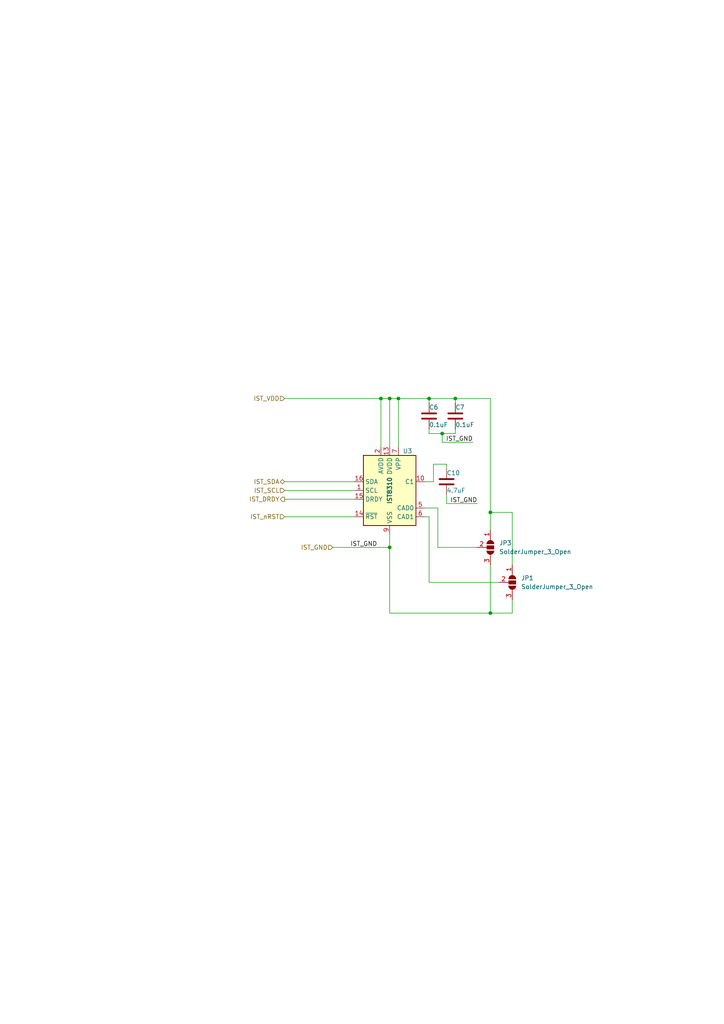
<source format=kicad_sch>
(kicad_sch (version 20230121) (generator eeschema)
  (paper "A4" portrait)
  (title_block (title "RasPi Zero NAV Hat") (date "2023-05-12") (rev "0.1") (company "chipiki.ru") (comment 1 "RasPi Zero NAV Hat") (comment 2 "Denis Tsekh"))
  (lib_symbols
    (symbol "Device:C" (pin_numbers hide) (pin_names (offset 0.254))
      (property "Reference" "C" (at 0.635 2.54 0))
      (property "Value" "C" (at 0.635 -2.54 0))
      (symbol "C_0_1"
        (polyline (pts (xy -2.032 -0.762) (xy 2.032 -0.762)) (stroke (width 0.508)))
        (polyline (pts (xy -2.032 0.762) (xy 2.032 0.762)) (stroke (width 0.508)))
      )
      (symbol "C_1_1"
        (pin passive line (at 0 3.81 270) (length 2.794) (name "~") (number "1"))
        (pin passive line (at 0 -3.81 90) (length 2.794) (name "~") (number "2"))
      )
    )
    (symbol "Jumper:SolderJumper_3_Open" (pin_names (offset 0) hide)
      (property "Reference" "JP" (at -2.54 -2.54 0))
      (property "Value" "SolderJumper_3_Open" (at 0 2.794 0))
      (symbol "SolderJumper_3_Open_0_1"
        (arc (start -1.016 1.016) (mid -2.0276 0) (end -1.016 -1.016))
        (arc (start -1.016 1.016) (mid -2.0276 0) (end -1.016 -1.016) (fill (type outline)))
        (rectangle (start -0.508 1.016) (end 0.508 -1.016) (fill (type outline)))
        (polyline (pts (xy -2.54 0) (xy -2.032 0)))
        (polyline (pts (xy -1.016 1.016) (xy -1.016 -1.016)))
        (polyline (pts (xy 0 -1.27) (xy 0 -1.016)))
        (polyline (pts (xy 1.016 1.016) (xy 1.016 -1.016)))
        (polyline (pts (xy 2.54 0) (xy 2.032 0)))
        (arc (start 1.016 -1.016) (mid 2.0276 0) (end 1.016 1.016))
        (arc (start 1.016 -1.016) (mid 2.0276 0) (end 1.016 1.016) (fill (type outline)))
      )
      (symbol "SolderJumper_3_Open_1_1"
        (pin passive line (at -5.08 0 0) (length 2.54) (name "A") (number "1"))
        (pin passive line (at 0 -3.81 90) (length 2.54) (name "C") (number "2"))
        (pin passive line (at 5.08 0 180) (length 2.54) (name "B") (number "3"))
      )
    )
    (symbol "Sensor_Magnetic:IST8310"
      (property "Reference" "U" (at -7.62 11.43 0))
      (property "Value" "IST8310" (at 10.16 11.43 0))
      (symbol "IST8310_0_1"
        (rectangle (start -7.62 10.16) (end 7.62 -10.16) (stroke (width 0.254)) (fill (type background)))
      )
      (symbol "IST8310_1_1"
        (pin input line (at -10.16 0 0) (length 2.54) (name "SCL") (number "1"))
        (pin passive line (at 10.16 2.54 180) (length 2.54) (name "C1") (number "10"))
        (pin passive line (at 0 -12.7 90) (length 2.54) hide (name "VSS") (number "11"))
        (pin no_connect line (at 7.62 7.62 180) (length 2.54) hide (name "NC") (number "12"))
        (pin power_in line (at 0 12.7 270) (length 2.54) (name "DVDD") (number "13"))
        (pin input line (at -10.16 -7.62 0) (length 2.54) (name "~{RST}") (number "14"))
        (pin output line (at -10.16 -2.54 0) (length 2.54) (name "DRDY") (number "15"))
        (pin bidirectional line (at -10.16 2.54 0) (length 2.54) (name "SDA") (number "16"))
        (pin power_in line (at -2.54 12.7 270) (length 2.54) (name "AVDD") (number "2"))
        (pin no_connect line (at -7.62 7.62 0) (length 2.54) hide (name "NC") (number "3"))
        (pin no_connect line (at -7.62 5.08 0) (length 2.54) hide (name "NC") (number "4"))
        (pin input line (at 10.16 -5.08 180) (length 2.54) (name "CAD0") (number "5"))
        (pin input line (at 10.16 -7.62 180) (length 2.54) (name "CAD1") (number "6"))
        (pin passive line (at 2.54 12.7 270) (length 2.54) (name "VPP") (number "7"))
        (pin no_connect line (at 7.62 5.08 180) (length 2.54) hide (name "NC") (number "8"))
        (pin power_in line (at 0 -12.7 90) (length 2.54) (name "VSS") (number "9"))
      )
    )
  )
  (junction (at 142.24 148.59))
  (junction (at 115.57 115.57))
  (junction (at 128.27 125.73))
  (junction (at 113.03 158.75))
  (junction (at 113.03 115.57))
  (junction (at 132.08 115.57))
  (junction (at 142.24 177.8))
  (junction (at 110.49 115.57))
  (junction (at 124.46 115.57))
  (wire (pts (xy 82.55 115.57) (xy 110.49 115.57)))
  (wire (pts (xy 124.46 168.91) (xy 144.78 168.91)))
  (wire (pts (xy 132.08 124.46) (xy 132.08 125.73)))
  (wire (pts (xy 128.27 125.73) (xy 132.08 125.73)))
  (wire (pts (xy 132.08 115.57) (xy 124.46 115.57)))
  (wire (pts (xy 148.59 163.83) (xy 148.59 148.59)))
  (wire (pts (xy 142.24 148.59) (xy 142.24 153.67)))
  (wire (pts (xy 129.54 146.05) (xy 138.43 146.05)))
  (wire (pts (xy 82.55 149.86) (xy 102.87 149.86)))
  (wire (pts (xy 123.19 147.32) (xy 127 147.32)))
  (wire (pts (xy 124.46 124.46) (xy 124.46 125.73)))
  (wire (pts (xy 82.55 144.78) (xy 102.87 144.78)))
  (wire (pts (xy 132.08 116.84) (xy 132.08 115.57)))
  (wire (pts (xy 128.27 125.73) (xy 128.27 128.27)))
  (wire (pts (xy 125.73 134.62) (xy 129.54 134.62)))
  (wire (pts (xy 125.73 139.7) (xy 125.73 134.62)))
  (wire (pts (xy 132.08 115.57) (xy 142.24 115.57)))
  (wire (pts (xy 142.24 163.83) (xy 142.24 177.8)))
  (wire (pts (xy 148.59 177.8) (xy 148.59 173.99)))
  (wire (pts (xy 113.03 177.8) (xy 142.24 177.8)))
  (wire (pts (xy 96.52 158.75) (xy 113.03 158.75)))
  (wire (pts (xy 82.55 142.24) (xy 102.87 142.24)))
  (wire (pts (xy 115.57 115.57) (xy 124.46 115.57)))
  (wire (pts (xy 110.49 115.57) (xy 113.03 115.57)))
  (wire (pts (xy 124.46 125.73) (xy 128.27 125.73)))
  (wire (pts (xy 124.46 149.86) (xy 124.46 168.91)))
  (wire (pts (xy 129.54 134.62) (xy 129.54 135.89)))
  (wire (pts (xy 142.24 115.57) (xy 142.24 148.59)))
  (wire (pts (xy 127 158.75) (xy 138.43 158.75)))
  (wire (pts (xy 128.27 128.27) (xy 137.16 128.27)))
  (wire (pts (xy 124.46 115.57) (xy 124.46 116.84)))
  (wire (pts (xy 115.57 115.57) (xy 115.57 129.54)))
  (wire (pts (xy 82.55 139.7) (xy 102.87 139.7)))
  (wire (pts (xy 113.03 158.75) (xy 113.03 177.8)))
  (wire (pts (xy 113.03 115.57) (xy 113.03 129.54)))
  (wire (pts (xy 110.49 115.57) (xy 110.49 129.54)))
  (wire (pts (xy 148.59 148.59) (xy 142.24 148.59)))
  (wire (pts (xy 123.19 139.7) (xy 125.73 139.7)))
  (wire (pts (xy 142.24 177.8) (xy 148.59 177.8)))
  (wire (pts (xy 113.03 115.57) (xy 115.57 115.57)))
  (wire (pts (xy 123.19 149.86) (xy 124.46 149.86)))
  (wire (pts (xy 113.03 158.75) (xy 113.03 154.94)))
  (wire (pts (xy 129.54 143.51) (xy 129.54 146.05)))
  (wire (pts (xy 127 147.32) (xy 127 158.75)))
  (label "IST_GND" (at 101.6 158.75 0))
  (label "IST_GND" (at 138.43 146.05 180))
  (label "IST_GND" (at 137.16 128.27 180))
  (hierarchical_label "IST_SDA" (shape bidirectional) (at 82.55 139.7 180))
  (hierarchical_label "IST_VDD" (shape input) (at 82.55 115.57 180))
  (hierarchical_label "IST_nRST" (shape input) (at 82.55 149.86 180))
  (hierarchical_label "IST_DRDY" (shape output) (at 82.55 144.78 180))
  (hierarchical_label "IST_GND" (shape input) (at 96.52 158.75 180))
  (hierarchical_label "IST_SCL" (shape input) (at 82.55 142.24 180))
  (symbol (lib_id "Jumper:SolderJumper_3_Open") (at 142.24 158.75 270) (unit 1)
    (property "Reference" "JP3" (at 144.78 157.48 90) (effects (justify left)))
    (property "Value" "SolderJumper_3_Open" (at 144.78 160.02 90) (effects (justify left)))
    (property "Footprint" "Jumper:SolderJumper-3_P1.3mm_Open_RoundedPad1.0x1.5mm_NumberLabels" (effects hide))
  )
  (symbol (lib_id "Device:C") (at 124.46 120.65 0) (unit 1)
    (property "Reference" "C6" (at 124.46 118.11 0) (effects (justify left)))
    (property "Value" "0.1uF" (at 124.46 123.19 0) (effects (justify left)))
    (property "Footprint" "Capacitor_SMD:C_0402_1005Metric" (effects hide))
  )
  (symbol (lib_id "Sensor_Magnetic:IST8310") (at 113.03 142.24 0) (unit 1)
    (property "Reference" "U3" (at 116.84 130.81 0) (effects (justify left)))
    (property "Value" "IST8310" (at 113.03 142.24 90) (effects (font bold)))
    (property "Footprint" "Package_LGA:LGA-16_3x3mm_P0.5mm" (effects hide))
    (property "Datasheet" "http://www.isentek.com/en/dlf.php?file=../ISENTEK/(201703-09)IST8310%20Datasheet%20v1.2_brief-105.09.20.pdf" (effects hide))
  )
  (symbol (lib_id "Device:C") (at 132.08 120.65 0) (unit 1)
    (property "Reference" "C7" (at 132.08 118.11 0) (effects (justify left)))
    (property "Value" "0.1uF" (at 132.08 123.19 0) (effects (justify left)))
    (property "Footprint" "Capacitor_SMD:C_0402_1005Metric" (effects hide))
  )
  (symbol (lib_id "Device:C") (at 129.54 139.7 0) (unit 1)
    (property "Reference" "C10" (at 129.54 137.16 0) (effects (justify left)))
    (property "Value" "4.7uF" (at 129.54 142.24 0) (effects (justify left)))
    (property "Footprint" "Capacitor_SMD:C_0402_1005Metric" (effects hide))
  )
  (symbol (lib_id "Jumper:SolderJumper_3_Open") (at 148.59 168.91 270) (unit 1)
    (property "Reference" "JP1" (at 151.13 167.64 90) (effects (justify left)))
    (property "Value" "SolderJumper_3_Open" (at 151.13 170.18 90) (effects (justify left)))
    (property "Footprint" "Jumper:SolderJumper-3_P1.3mm_Open_RoundedPad1.0x1.5mm_NumberLabels" (effects hide))
  )
)
</source>
